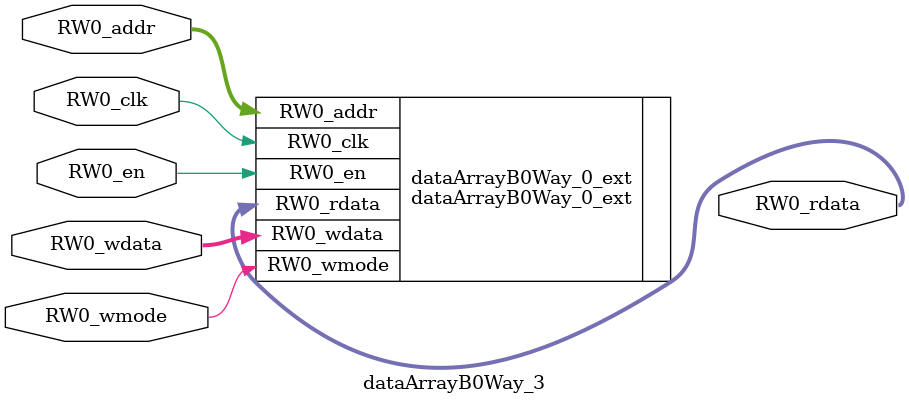
<source format=sv>
`ifndef RANDOMIZE
  `ifdef RANDOMIZE_MEM_INIT
    `define RANDOMIZE
  `endif // RANDOMIZE_MEM_INIT
`endif // not def RANDOMIZE
`ifndef RANDOMIZE
  `ifdef RANDOMIZE_REG_INIT
    `define RANDOMIZE
  `endif // RANDOMIZE_REG_INIT
`endif // not def RANDOMIZE

`ifndef RANDOM
  `define RANDOM $random
`endif // not def RANDOM

// Users can define INIT_RANDOM as general code that gets injected into the
// initializer block for modules with registers.
`ifndef INIT_RANDOM
  `define INIT_RANDOM
`endif // not def INIT_RANDOM

// If using random initialization, you can also define RANDOMIZE_DELAY to
// customize the delay used, otherwise 0.002 is used.
`ifndef RANDOMIZE_DELAY
  `define RANDOMIZE_DELAY 0.002
`endif // not def RANDOMIZE_DELAY

// Define INIT_RANDOM_PROLOG_ for use in our modules below.
`ifndef INIT_RANDOM_PROLOG_
  `ifdef RANDOMIZE
    `ifdef VERILATOR
      `define INIT_RANDOM_PROLOG_ `INIT_RANDOM
    `else  // VERILATOR
      `define INIT_RANDOM_PROLOG_ `INIT_RANDOM #`RANDOMIZE_DELAY begin end
    `endif // VERILATOR
  `else  // RANDOMIZE
    `define INIT_RANDOM_PROLOG_
  `endif // RANDOMIZE
`endif // not def INIT_RANDOM_PROLOG_

// Include register initializers in init blocks unless synthesis is set
`ifndef SYNTHESIS
  `ifndef ENABLE_INITIAL_REG_
    `define ENABLE_INITIAL_REG_
  `endif // not def ENABLE_INITIAL_REG_
`endif // not def SYNTHESIS

// Include rmemory initializers in init blocks unless synthesis is set
`ifndef SYNTHESIS
  `ifndef ENABLE_INITIAL_MEM_
    `define ENABLE_INITIAL_MEM_
  `endif // not def ENABLE_INITIAL_MEM_
`endif // not def SYNTHESIS

// Standard header to adapt well known macros for prints and assertions.

// Users can define 'PRINTF_COND' to add an extra gate to prints.
`ifndef PRINTF_COND_
  `ifdef PRINTF_COND
    `define PRINTF_COND_ (`PRINTF_COND)
  `else  // PRINTF_COND
    `define PRINTF_COND_ 1
  `endif // PRINTF_COND
`endif // not def PRINTF_COND_

// Users can define 'ASSERT_VERBOSE_COND' to add an extra gate to assert error printing.
`ifndef ASSERT_VERBOSE_COND_
  `ifdef ASSERT_VERBOSE_COND
    `define ASSERT_VERBOSE_COND_ (`ASSERT_VERBOSE_COND)
  `else  // ASSERT_VERBOSE_COND
    `define ASSERT_VERBOSE_COND_ 1
  `endif // ASSERT_VERBOSE_COND
`endif // not def ASSERT_VERBOSE_COND_

// Users can define 'STOP_COND' to add an extra gate to stop conditions.
`ifndef STOP_COND_
  `ifdef STOP_COND
    `define STOP_COND_ (`STOP_COND)
  `else  // STOP_COND
    `define STOP_COND_ 1
  `endif // STOP_COND
`endif // not def STOP_COND_

module dataArrayB0Way_3(	// @[generators/rocket-chip/src/main/scala/util/DescribedSRAM.scala:17:26]
  input  [7:0]  RW0_addr,
  input         RW0_en,
                RW0_clk,
                RW0_wmode,
  input  [63:0] RW0_wdata,
  output [63:0] RW0_rdata
);

  dataArrayB0Way_0_ext dataArrayB0Way_0_ext (	// @[generators/rocket-chip/src/main/scala/util/DescribedSRAM.scala:17:26]
    .RW0_addr  (RW0_addr),
    .RW0_en    (RW0_en),
    .RW0_clk   (RW0_clk),
    .RW0_wmode (RW0_wmode),
    .RW0_wdata (RW0_wdata),
    .RW0_rdata (RW0_rdata)
  );
endmodule


</source>
